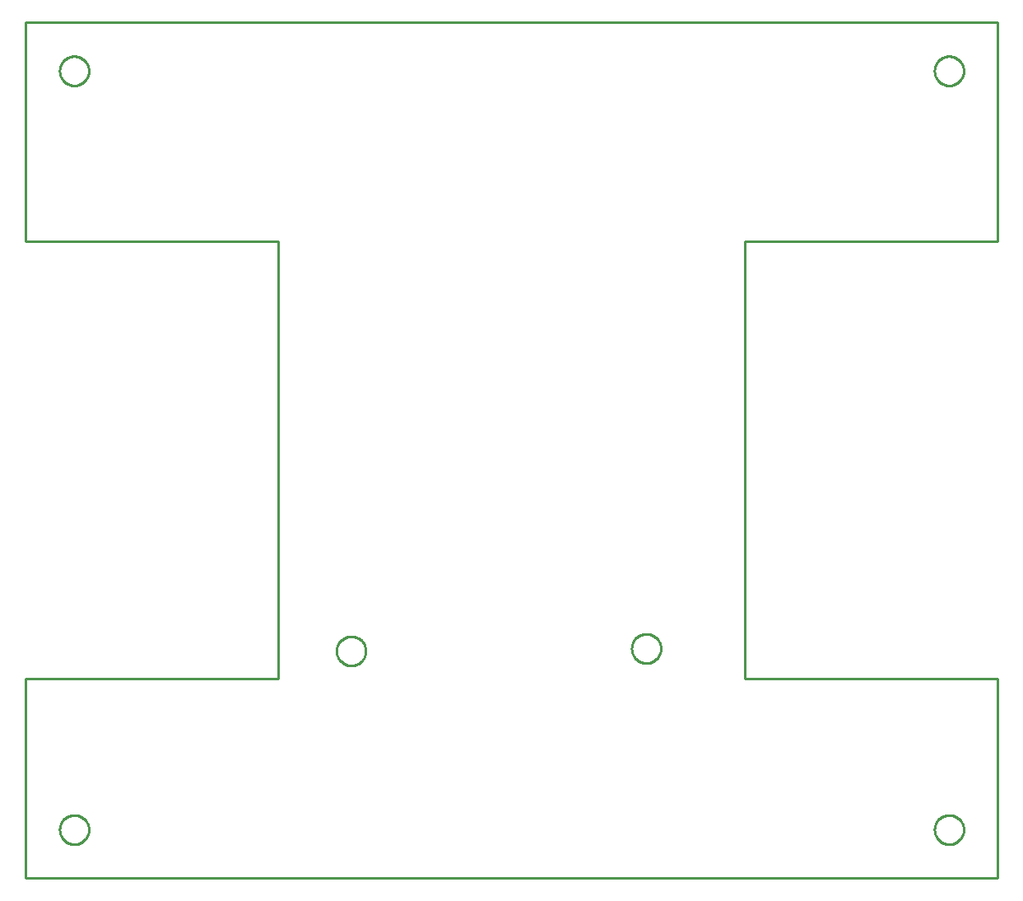
<source format=gbr>
G04 EAGLE Gerber RS-274X export*
G75*
%MOMM*%
%FSLAX34Y34*%
%LPD*%
%IN*%
%IPPOS*%
%AMOC8*
5,1,8,0,0,1.08239X$1,22.5*%
G01*
%ADD10C,0.254000*%


D10*
X-500000Y0D02*
X500000Y0D01*
X500000Y205000D01*
X240000Y205000D01*
X240000Y655000D01*
X500000Y655000D01*
X500000Y880000D01*
X-500000Y880000D01*
X-500000Y655000D01*
X-240000Y655000D01*
X-240000Y205000D01*
X-500000Y205000D01*
X-500000Y0D01*
X-435000Y829464D02*
X-435076Y828396D01*
X-435229Y827335D01*
X-435457Y826288D01*
X-435759Y825260D01*
X-436133Y824256D01*
X-436578Y823281D01*
X-437092Y822341D01*
X-437671Y821440D01*
X-438313Y820582D01*
X-439015Y819772D01*
X-439772Y819015D01*
X-440582Y818313D01*
X-441440Y817671D01*
X-442341Y817092D01*
X-443281Y816578D01*
X-444256Y816133D01*
X-445260Y815759D01*
X-446288Y815457D01*
X-447335Y815229D01*
X-448396Y815076D01*
X-449464Y815000D01*
X-450536Y815000D01*
X-451604Y815076D01*
X-452665Y815229D01*
X-453712Y815457D01*
X-454740Y815759D01*
X-455744Y816133D01*
X-456719Y816578D01*
X-457659Y817092D01*
X-458560Y817671D01*
X-459418Y818313D01*
X-460228Y819015D01*
X-460985Y819772D01*
X-461687Y820582D01*
X-462329Y821440D01*
X-462908Y822341D01*
X-463422Y823281D01*
X-463867Y824256D01*
X-464241Y825260D01*
X-464543Y826288D01*
X-464771Y827335D01*
X-464924Y828396D01*
X-465000Y829464D01*
X-465000Y830536D01*
X-464924Y831604D01*
X-464771Y832665D01*
X-464543Y833712D01*
X-464241Y834740D01*
X-463867Y835744D01*
X-463422Y836719D01*
X-462908Y837659D01*
X-462329Y838560D01*
X-461687Y839418D01*
X-460985Y840228D01*
X-460228Y840985D01*
X-459418Y841687D01*
X-458560Y842329D01*
X-457659Y842908D01*
X-456719Y843422D01*
X-455744Y843867D01*
X-454740Y844241D01*
X-453712Y844543D01*
X-452665Y844771D01*
X-451604Y844924D01*
X-450536Y845000D01*
X-449464Y845000D01*
X-448396Y844924D01*
X-447335Y844771D01*
X-446288Y844543D01*
X-445260Y844241D01*
X-444256Y843867D01*
X-443281Y843422D01*
X-442341Y842908D01*
X-441440Y842329D01*
X-440582Y841687D01*
X-439772Y840985D01*
X-439015Y840228D01*
X-438313Y839418D01*
X-437671Y838560D01*
X-437092Y837659D01*
X-436578Y836719D01*
X-436133Y835744D01*
X-435759Y834740D01*
X-435457Y833712D01*
X-435229Y832665D01*
X-435076Y831604D01*
X-435000Y830536D01*
X-435000Y829464D01*
X465000Y829464D02*
X464924Y828396D01*
X464771Y827335D01*
X464543Y826288D01*
X464241Y825260D01*
X463867Y824256D01*
X463422Y823281D01*
X462908Y822341D01*
X462329Y821440D01*
X461687Y820582D01*
X460985Y819772D01*
X460228Y819015D01*
X459418Y818313D01*
X458560Y817671D01*
X457659Y817092D01*
X456719Y816578D01*
X455744Y816133D01*
X454740Y815759D01*
X453712Y815457D01*
X452665Y815229D01*
X451604Y815076D01*
X450536Y815000D01*
X449464Y815000D01*
X448396Y815076D01*
X447335Y815229D01*
X446288Y815457D01*
X445260Y815759D01*
X444256Y816133D01*
X443281Y816578D01*
X442341Y817092D01*
X441440Y817671D01*
X440582Y818313D01*
X439772Y819015D01*
X439015Y819772D01*
X438313Y820582D01*
X437671Y821440D01*
X437092Y822341D01*
X436578Y823281D01*
X436133Y824256D01*
X435759Y825260D01*
X435457Y826288D01*
X435229Y827335D01*
X435076Y828396D01*
X435000Y829464D01*
X435000Y830536D01*
X435076Y831604D01*
X435229Y832665D01*
X435457Y833712D01*
X435759Y834740D01*
X436133Y835744D01*
X436578Y836719D01*
X437092Y837659D01*
X437671Y838560D01*
X438313Y839418D01*
X439015Y840228D01*
X439772Y840985D01*
X440582Y841687D01*
X441440Y842329D01*
X442341Y842908D01*
X443281Y843422D01*
X444256Y843867D01*
X445260Y844241D01*
X446288Y844543D01*
X447335Y844771D01*
X448396Y844924D01*
X449464Y845000D01*
X450536Y845000D01*
X451604Y844924D01*
X452665Y844771D01*
X453712Y844543D01*
X454740Y844241D01*
X455744Y843867D01*
X456719Y843422D01*
X457659Y842908D01*
X458560Y842329D01*
X459418Y841687D01*
X460228Y840985D01*
X460985Y840228D01*
X461687Y839418D01*
X462329Y838560D01*
X462908Y837659D01*
X463422Y836719D01*
X463867Y835744D01*
X464241Y834740D01*
X464543Y833712D01*
X464771Y832665D01*
X464924Y831604D01*
X465000Y830536D01*
X465000Y829464D01*
X465000Y49464D02*
X464924Y48396D01*
X464771Y47335D01*
X464543Y46288D01*
X464241Y45260D01*
X463867Y44256D01*
X463422Y43281D01*
X462908Y42341D01*
X462329Y41440D01*
X461687Y40582D01*
X460985Y39772D01*
X460228Y39015D01*
X459418Y38313D01*
X458560Y37671D01*
X457659Y37092D01*
X456719Y36578D01*
X455744Y36133D01*
X454740Y35759D01*
X453712Y35457D01*
X452665Y35229D01*
X451604Y35076D01*
X450536Y35000D01*
X449464Y35000D01*
X448396Y35076D01*
X447335Y35229D01*
X446288Y35457D01*
X445260Y35759D01*
X444256Y36133D01*
X443281Y36578D01*
X442341Y37092D01*
X441440Y37671D01*
X440582Y38313D01*
X439772Y39015D01*
X439015Y39772D01*
X438313Y40582D01*
X437671Y41440D01*
X437092Y42341D01*
X436578Y43281D01*
X436133Y44256D01*
X435759Y45260D01*
X435457Y46288D01*
X435229Y47335D01*
X435076Y48396D01*
X435000Y49464D01*
X435000Y50536D01*
X435076Y51604D01*
X435229Y52665D01*
X435457Y53712D01*
X435759Y54740D01*
X436133Y55744D01*
X436578Y56719D01*
X437092Y57659D01*
X437671Y58560D01*
X438313Y59418D01*
X439015Y60228D01*
X439772Y60985D01*
X440582Y61687D01*
X441440Y62329D01*
X442341Y62908D01*
X443281Y63422D01*
X444256Y63867D01*
X445260Y64241D01*
X446288Y64543D01*
X447335Y64771D01*
X448396Y64924D01*
X449464Y65000D01*
X450536Y65000D01*
X451604Y64924D01*
X452665Y64771D01*
X453712Y64543D01*
X454740Y64241D01*
X455744Y63867D01*
X456719Y63422D01*
X457659Y62908D01*
X458560Y62329D01*
X459418Y61687D01*
X460228Y60985D01*
X460985Y60228D01*
X461687Y59418D01*
X462329Y58560D01*
X462908Y57659D01*
X463422Y56719D01*
X463867Y55744D01*
X464241Y54740D01*
X464543Y53712D01*
X464771Y52665D01*
X464924Y51604D01*
X465000Y50536D01*
X465000Y49464D01*
X-435000Y49464D02*
X-435076Y48396D01*
X-435229Y47335D01*
X-435457Y46288D01*
X-435759Y45260D01*
X-436133Y44256D01*
X-436578Y43281D01*
X-437092Y42341D01*
X-437671Y41440D01*
X-438313Y40582D01*
X-439015Y39772D01*
X-439772Y39015D01*
X-440582Y38313D01*
X-441440Y37671D01*
X-442341Y37092D01*
X-443281Y36578D01*
X-444256Y36133D01*
X-445260Y35759D01*
X-446288Y35457D01*
X-447335Y35229D01*
X-448396Y35076D01*
X-449464Y35000D01*
X-450536Y35000D01*
X-451604Y35076D01*
X-452665Y35229D01*
X-453712Y35457D01*
X-454740Y35759D01*
X-455744Y36133D01*
X-456719Y36578D01*
X-457659Y37092D01*
X-458560Y37671D01*
X-459418Y38313D01*
X-460228Y39015D01*
X-460985Y39772D01*
X-461687Y40582D01*
X-462329Y41440D01*
X-462908Y42341D01*
X-463422Y43281D01*
X-463867Y44256D01*
X-464241Y45260D01*
X-464543Y46288D01*
X-464771Y47335D01*
X-464924Y48396D01*
X-465000Y49464D01*
X-465000Y50536D01*
X-464924Y51604D01*
X-464771Y52665D01*
X-464543Y53712D01*
X-464241Y54740D01*
X-463867Y55744D01*
X-463422Y56719D01*
X-462908Y57659D01*
X-462329Y58560D01*
X-461687Y59418D01*
X-460985Y60228D01*
X-460228Y60985D01*
X-459418Y61687D01*
X-458560Y62329D01*
X-457659Y62908D01*
X-456719Y63422D01*
X-455744Y63867D01*
X-454740Y64241D01*
X-453712Y64543D01*
X-452665Y64771D01*
X-451604Y64924D01*
X-450536Y65000D01*
X-449464Y65000D01*
X-448396Y64924D01*
X-447335Y64771D01*
X-446288Y64543D01*
X-445260Y64241D01*
X-444256Y63867D01*
X-443281Y63422D01*
X-442341Y62908D01*
X-441440Y62329D01*
X-440582Y61687D01*
X-439772Y60985D01*
X-439015Y60228D01*
X-438313Y59418D01*
X-437671Y58560D01*
X-437092Y57659D01*
X-436578Y56719D01*
X-436133Y55744D01*
X-435759Y54740D01*
X-435457Y53712D01*
X-435229Y52665D01*
X-435076Y51604D01*
X-435000Y50536D01*
X-435000Y49464D01*
X153430Y235684D02*
X153354Y234616D01*
X153201Y233555D01*
X152973Y232508D01*
X152671Y231480D01*
X152297Y230476D01*
X151852Y229501D01*
X151338Y228561D01*
X150759Y227660D01*
X150117Y226802D01*
X149415Y225992D01*
X148658Y225235D01*
X147848Y224533D01*
X146990Y223891D01*
X146089Y223312D01*
X145149Y222798D01*
X144174Y222353D01*
X143170Y221979D01*
X142142Y221677D01*
X141095Y221449D01*
X140034Y221296D01*
X138966Y221220D01*
X137894Y221220D01*
X136826Y221296D01*
X135765Y221449D01*
X134718Y221677D01*
X133690Y221979D01*
X132686Y222353D01*
X131711Y222798D01*
X130771Y223312D01*
X129870Y223891D01*
X129012Y224533D01*
X128202Y225235D01*
X127445Y225992D01*
X126743Y226802D01*
X126101Y227660D01*
X125522Y228561D01*
X125008Y229501D01*
X124563Y230476D01*
X124189Y231480D01*
X123887Y232508D01*
X123659Y233555D01*
X123506Y234616D01*
X123430Y235684D01*
X123430Y236756D01*
X123506Y237824D01*
X123659Y238885D01*
X123887Y239932D01*
X124189Y240960D01*
X124563Y241964D01*
X125008Y242939D01*
X125522Y243879D01*
X126101Y244780D01*
X126743Y245638D01*
X127445Y246448D01*
X128202Y247205D01*
X129012Y247907D01*
X129870Y248549D01*
X130771Y249128D01*
X131711Y249642D01*
X132686Y250087D01*
X133690Y250461D01*
X134718Y250763D01*
X135765Y250991D01*
X136826Y251144D01*
X137894Y251220D01*
X138966Y251220D01*
X140034Y251144D01*
X141095Y250991D01*
X142142Y250763D01*
X143170Y250461D01*
X144174Y250087D01*
X145149Y249642D01*
X146089Y249128D01*
X146990Y248549D01*
X147848Y247907D01*
X148658Y247205D01*
X149415Y246448D01*
X150117Y245638D01*
X150759Y244780D01*
X151338Y243879D01*
X151852Y242939D01*
X152297Y241964D01*
X152671Y240960D01*
X152973Y239932D01*
X153201Y238885D01*
X153354Y237824D01*
X153430Y236756D01*
X153430Y235684D01*
X-150100Y233144D02*
X-150176Y232076D01*
X-150329Y231015D01*
X-150557Y229968D01*
X-150859Y228940D01*
X-151233Y227936D01*
X-151678Y226961D01*
X-152192Y226021D01*
X-152771Y225120D01*
X-153413Y224262D01*
X-154115Y223452D01*
X-154872Y222695D01*
X-155682Y221993D01*
X-156540Y221351D01*
X-157441Y220772D01*
X-158381Y220258D01*
X-159356Y219813D01*
X-160360Y219439D01*
X-161388Y219137D01*
X-162435Y218909D01*
X-163496Y218756D01*
X-164564Y218680D01*
X-165636Y218680D01*
X-166704Y218756D01*
X-167765Y218909D01*
X-168812Y219137D01*
X-169840Y219439D01*
X-170844Y219813D01*
X-171819Y220258D01*
X-172759Y220772D01*
X-173660Y221351D01*
X-174518Y221993D01*
X-175328Y222695D01*
X-176085Y223452D01*
X-176787Y224262D01*
X-177429Y225120D01*
X-178008Y226021D01*
X-178522Y226961D01*
X-178967Y227936D01*
X-179341Y228940D01*
X-179643Y229968D01*
X-179871Y231015D01*
X-180024Y232076D01*
X-180100Y233144D01*
X-180100Y234216D01*
X-180024Y235284D01*
X-179871Y236345D01*
X-179643Y237392D01*
X-179341Y238420D01*
X-178967Y239424D01*
X-178522Y240399D01*
X-178008Y241339D01*
X-177429Y242240D01*
X-176787Y243098D01*
X-176085Y243908D01*
X-175328Y244665D01*
X-174518Y245367D01*
X-173660Y246009D01*
X-172759Y246588D01*
X-171819Y247102D01*
X-170844Y247547D01*
X-169840Y247921D01*
X-168812Y248223D01*
X-167765Y248451D01*
X-166704Y248604D01*
X-165636Y248680D01*
X-164564Y248680D01*
X-163496Y248604D01*
X-162435Y248451D01*
X-161388Y248223D01*
X-160360Y247921D01*
X-159356Y247547D01*
X-158381Y247102D01*
X-157441Y246588D01*
X-156540Y246009D01*
X-155682Y245367D01*
X-154872Y244665D01*
X-154115Y243908D01*
X-153413Y243098D01*
X-152771Y242240D01*
X-152192Y241339D01*
X-151678Y240399D01*
X-151233Y239424D01*
X-150859Y238420D01*
X-150557Y237392D01*
X-150329Y236345D01*
X-150176Y235284D01*
X-150100Y234216D01*
X-150100Y233144D01*
M02*

</source>
